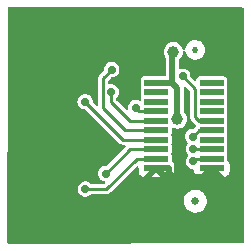
<source format=gbr>
%TF.GenerationSoftware,KiCad,Pcbnew,7.0.5*%
%TF.CreationDate,2023-06-07T11:30:44+03:00*%
%TF.ProjectId,RS232-2__1,52533233-322d-4325-9fb1-312e6b696361,rev?*%
%TF.SameCoordinates,Original*%
%TF.FileFunction,Copper,L2,Bot*%
%TF.FilePolarity,Positive*%
%FSLAX46Y46*%
G04 Gerber Fmt 4.6, Leading zero omitted, Abs format (unit mm)*
G04 Created by KiCad (PCBNEW 7.0.5) date 2023-06-07 11:30:44*
%MOMM*%
%LPD*%
G01*
G04 APERTURE LIST*
%TA.AperFunction,SMDPad,CuDef*%
%ADD10R,2.000000X0.500000*%
%TD*%
%TA.AperFunction,ComponentPad*%
%ADD11C,0.675000*%
%TD*%
%TA.AperFunction,ComponentPad*%
%ADD12C,0.525000*%
%TD*%
%TA.AperFunction,ViaPad*%
%ADD13C,0.700000*%
%TD*%
%TA.AperFunction,ViaPad*%
%ADD14C,1.000000*%
%TD*%
%TA.AperFunction,Conductor*%
%ADD15C,0.500000*%
%TD*%
%TA.AperFunction,Conductor*%
%ADD16C,0.250000*%
%TD*%
G04 APERTURE END LIST*
D10*
%TO.P,H1,1*%
%TO.N,GND*%
X117540000Y-92380000D03*
%TO.P,H1,2*%
%TO.N,/RS232_B_RX*%
X117540000Y-91580000D03*
%TO.P,H1,3*%
%TO.N,/RS232_B_TX*%
X117540000Y-90780000D03*
%TO.P,H1,4*%
%TO.N,/RS232_A_RX*%
X117540000Y-89980000D03*
%TO.P,H1,5*%
%TO.N,/RS232_A_TX*%
X117540000Y-89180000D03*
%TO.P,H1,6*%
%TO.N,/UART_A_TTL_TX*%
X117540000Y-88380000D03*
%TO.P,H1,7*%
%TO.N,/UART_A_TTL_RX*%
X117540000Y-87580000D03*
%TO.P,H1,8*%
%TO.N,unconnected-(H1-Pad8)*%
X117540000Y-86780000D03*
%TO.P,H1,9*%
%TO.N,unconnected-(H1-Pad9)*%
X117540000Y-85980000D03*
%TO.P,H1,10*%
%TO.N,/VCC2*%
X117540000Y-85180000D03*
%TO.P,H1,11*%
%TO.N,unconnected-(H1-Pad11)*%
X122240000Y-85180000D03*
%TO.P,H1,12*%
%TO.N,unconnected-(H1-Pad12)*%
X122240000Y-85980000D03*
%TO.P,H1,13*%
%TO.N,unconnected-(H1-Pad13)*%
X122240000Y-86780000D03*
%TO.P,H1,14*%
%TO.N,unconnected-(H1-Pad14)*%
X122240000Y-87580000D03*
%TO.P,H1,15*%
%TO.N,/UART_A_FORCEON*%
X122240000Y-88380000D03*
%TO.P,H1,16*%
%TO.N,/UART_B_FORCEON*%
X122240000Y-89180000D03*
%TO.P,H1,17*%
%TO.N,unconnected-(H1-Pad17)*%
X122240000Y-89980000D03*
%TO.P,H1,18*%
%TO.N,/UART_B_TTL_TX*%
X122240000Y-90780000D03*
%TO.P,H1,19*%
%TO.N,/UART_B_TTL_RX*%
X122240000Y-91580000D03*
%TO.P,H1,20*%
%TO.N,GND*%
X122240000Y-92380000D03*
D11*
%TO.P,H1,MH1*%
%TO.N,N/C*%
X120840000Y-95180000D03*
D12*
%TO.P,H1,MH2*%
X120840000Y-82380000D03*
%TD*%
D13*
%TO.N,GND*%
X111090000Y-88410000D03*
X112220000Y-81560000D03*
X112200000Y-91710000D03*
D14*
X118586990Y-93136990D03*
X122190000Y-93140000D03*
D13*
X108950000Y-80540000D03*
X108630000Y-90030000D03*
X110790000Y-97850000D03*
%TO.N,/UART_A_TTL_TX*%
X113740000Y-85950000D03*
%TO.N,/UART_A_TTL_RX*%
X115810000Y-87280000D03*
D14*
%TO.N,/VCC2*%
X119335000Y-88245000D03*
X118990000Y-82540000D03*
D13*
%TO.N,/UART_B_TTL_TX*%
X120680000Y-90780000D03*
%TO.N,/UART_B_TTL_RX*%
X120689894Y-91820000D03*
%TO.N,/RS232_B_RX*%
X111535500Y-94170000D03*
%TO.N,/RS232_B_TX*%
X113268056Y-92851944D03*
%TO.N,/RS232_A_RX*%
X111520000Y-86780000D03*
%TO.N,/RS232_A_TX*%
X113765000Y-84059500D03*
%TO.N,/UART_A_FORCEON*%
X119779500Y-84626923D03*
%TO.N,/UART_B_FORCEON*%
X120610000Y-89720000D03*
%TD*%
D15*
%TO.N,GND*%
X118586990Y-92380000D02*
X117540000Y-92380000D01*
X122240000Y-93090000D02*
X122240000Y-92380000D01*
X122193010Y-93136990D02*
X122240000Y-93090000D01*
X118586990Y-93136990D02*
X122193010Y-93136990D01*
X118586990Y-93136990D02*
X118586990Y-92380000D01*
D16*
%TO.N,/UART_A_TTL_TX*%
X113740000Y-85950000D02*
X113740000Y-86810000D01*
X115310000Y-88380000D02*
X117540000Y-88380000D01*
X113740000Y-86810000D02*
X115310000Y-88380000D01*
X113740000Y-85950000D02*
X113740000Y-85890000D01*
%TO.N,/UART_A_TTL_RX*%
X117540000Y-87580000D02*
X116080000Y-87580000D01*
X116080000Y-87580000D02*
X115810000Y-87310000D01*
X115810000Y-87280000D02*
X115780000Y-87280000D01*
X115780000Y-87280000D02*
X115810000Y-87310000D01*
X115810000Y-87310000D02*
X115810000Y-87280000D01*
D15*
%TO.N,/VCC2*%
X118990000Y-82540000D02*
X118890000Y-82640000D01*
X119335000Y-88245000D02*
X119330000Y-88240000D01*
X117540000Y-85180000D02*
X118610000Y-85180000D01*
X119310000Y-88220000D02*
X119310000Y-85600000D01*
X119330000Y-88240000D02*
X119330000Y-88210000D01*
X119335000Y-88245000D02*
X119310000Y-88220000D01*
X118610000Y-85180000D02*
X118890000Y-85180000D01*
X119310000Y-85600000D02*
X118890000Y-85180000D01*
X118890000Y-82640000D02*
X118890000Y-85180000D01*
D16*
%TO.N,/UART_B_TTL_TX*%
X120680000Y-90780000D02*
X122240000Y-90780000D01*
%TO.N,/UART_B_TTL_RX*%
X120689894Y-91820000D02*
X120929894Y-91580000D01*
X120929894Y-91580000D02*
X122240000Y-91580000D01*
%TO.N,/RS232_B_RX*%
X113320000Y-94170000D02*
X115910000Y-91580000D01*
X115910000Y-91580000D02*
X117540000Y-91580000D01*
X111535500Y-94170000D02*
X113320000Y-94170000D01*
%TO.N,/RS232_B_TX*%
X115340000Y-90780000D02*
X117540000Y-90780000D01*
X113268056Y-92851944D02*
X115340000Y-90780000D01*
%TO.N,/RS232_A_RX*%
X114720000Y-89980000D02*
X117540000Y-89980000D01*
X111520000Y-86780000D02*
X114720000Y-89980000D01*
%TO.N,/RS232_A_TX*%
X114900000Y-89180000D02*
X117540000Y-89180000D01*
X113765000Y-84059500D02*
X113065000Y-84759500D01*
X113065000Y-87345000D02*
X114900000Y-89180000D01*
X113065000Y-84759500D02*
X113065000Y-87345000D01*
%TO.N,/UART_A_FORCEON*%
X120840000Y-88080000D02*
X121140000Y-88380000D01*
X120840000Y-85687423D02*
X120840000Y-88080000D01*
X119779500Y-84626923D02*
X120840000Y-85687423D01*
X121140000Y-88380000D02*
X122240000Y-88380000D01*
%TO.N,/UART_B_FORCEON*%
X121150000Y-89180000D02*
X122240000Y-89180000D01*
X120610000Y-89720000D02*
X121150000Y-89180000D01*
%TD*%
%TA.AperFunction,Conductor*%
%TO.N,GND*%
G36*
X124882539Y-78800185D02*
G01*
X124928294Y-78852989D01*
X124939500Y-78904500D01*
X124939500Y-79779531D01*
X124930061Y-98646123D01*
X124910343Y-98713153D01*
X124857516Y-98758881D01*
X124806123Y-98770061D01*
X105939469Y-98779500D01*
X105064500Y-98779500D01*
X104997461Y-98759815D01*
X104951706Y-98707011D01*
X104940500Y-98655500D01*
X104940500Y-97780031D01*
X104941775Y-95229663D01*
X119860728Y-95229663D01*
X119890768Y-95425764D01*
X119890771Y-95425777D01*
X119959673Y-95611815D01*
X119959677Y-95611824D01*
X120064616Y-95780184D01*
X120064621Y-95780191D01*
X120201306Y-95923983D01*
X120201309Y-95923986D01*
X120364146Y-96037324D01*
X120546465Y-96115563D01*
X120740801Y-96155500D01*
X120889474Y-96155500D01*
X121037380Y-96140459D01*
X121109478Y-96117838D01*
X121226678Y-96081067D01*
X121400146Y-95984784D01*
X121550682Y-95855553D01*
X121672122Y-95698666D01*
X121759495Y-95520544D01*
X121809224Y-95328480D01*
X121819272Y-95130337D01*
X121789230Y-94934227D01*
X121720325Y-94748180D01*
X121696081Y-94709284D01*
X121615383Y-94579815D01*
X121615378Y-94579808D01*
X121478693Y-94436016D01*
X121478692Y-94436015D01*
X121435255Y-94405782D01*
X121315854Y-94322676D01*
X121315855Y-94322676D01*
X121315853Y-94322675D01*
X121133535Y-94244437D01*
X120939199Y-94204500D01*
X120790527Y-94204500D01*
X120790526Y-94204500D01*
X120642619Y-94219540D01*
X120453329Y-94278930D01*
X120453320Y-94278934D01*
X120279852Y-94375217D01*
X120279851Y-94375217D01*
X120129319Y-94504445D01*
X120129317Y-94504446D01*
X120007879Y-94661331D01*
X120007877Y-94661335D01*
X119920503Y-94839459D01*
X119870777Y-95031511D01*
X119870776Y-95031517D01*
X119860728Y-95229662D01*
X119860728Y-95229663D01*
X104941775Y-95229663D01*
X104946000Y-86780000D01*
X110864722Y-86780000D01*
X110883762Y-86936818D01*
X110936117Y-87074865D01*
X110939780Y-87084523D01*
X111029517Y-87214530D01*
X111147760Y-87319283D01*
X111147762Y-87319284D01*
X111287634Y-87392696D01*
X111441014Y-87430500D01*
X111441015Y-87430500D01*
X111517390Y-87430500D01*
X111584429Y-87450185D01*
X111605071Y-87466819D01*
X114371471Y-90233219D01*
X114371472Y-90233220D01*
X114466780Y-90328528D01*
X114488300Y-90339493D01*
X114504875Y-90349649D01*
X114524419Y-90363849D01*
X114547381Y-90371309D01*
X114565354Y-90378753D01*
X114586874Y-90389719D01*
X114610724Y-90393495D01*
X114629645Y-90398039D01*
X114651489Y-90405136D01*
X114652607Y-90405500D01*
X114686512Y-90405500D01*
X114813390Y-90405500D01*
X114880429Y-90425185D01*
X114926184Y-90477989D01*
X114936128Y-90547147D01*
X114907103Y-90610703D01*
X114901071Y-90617181D01*
X113353127Y-92165125D01*
X113291804Y-92198610D01*
X113265446Y-92201444D01*
X113189070Y-92201444D01*
X113035690Y-92239247D01*
X112895818Y-92312659D01*
X112777572Y-92417415D01*
X112687837Y-92547419D01*
X112687836Y-92547420D01*
X112631818Y-92695125D01*
X112612778Y-92851943D01*
X112612778Y-92851944D01*
X112631818Y-93008762D01*
X112675370Y-93123598D01*
X112687836Y-93156467D01*
X112777573Y-93286474D01*
X112895816Y-93391227D01*
X112895818Y-93391228D01*
X113035690Y-93464640D01*
X113085356Y-93476881D01*
X113133435Y-93488731D01*
X113193816Y-93523887D01*
X113225605Y-93586106D01*
X113218710Y-93655634D01*
X113191446Y-93696805D01*
X113180075Y-93708177D01*
X113118753Y-93741665D01*
X113092390Y-93744500D01*
X112083202Y-93744500D01*
X112016163Y-93724815D01*
X112000982Y-93713321D01*
X111907740Y-93630717D01*
X111907737Y-93630714D01*
X111767865Y-93557303D01*
X111614486Y-93519500D01*
X111614485Y-93519500D01*
X111456515Y-93519500D01*
X111456514Y-93519500D01*
X111303134Y-93557303D01*
X111163262Y-93630715D01*
X111045016Y-93735471D01*
X110955281Y-93865475D01*
X110955280Y-93865476D01*
X110899262Y-94013181D01*
X110880222Y-94169999D01*
X110880222Y-94170000D01*
X110899262Y-94326818D01*
X110917618Y-94375217D01*
X110955280Y-94474523D01*
X111045017Y-94604530D01*
X111163260Y-94709283D01*
X111163262Y-94709284D01*
X111303134Y-94782696D01*
X111456514Y-94820500D01*
X111456515Y-94820500D01*
X111614485Y-94820500D01*
X111767865Y-94782696D01*
X111907737Y-94709285D01*
X111907738Y-94709283D01*
X111907740Y-94709283D01*
X112000977Y-94626682D01*
X112064208Y-94596963D01*
X112083202Y-94595500D01*
X113387392Y-94595500D01*
X113387393Y-94595500D01*
X113410360Y-94588036D01*
X113429276Y-94583495D01*
X113453126Y-94579719D01*
X113474636Y-94568757D01*
X113492614Y-94561310D01*
X113515581Y-94553849D01*
X113535118Y-94539653D01*
X113551706Y-94529488D01*
X113573220Y-94518528D01*
X113668528Y-94423220D01*
X113668528Y-94423219D01*
X114961747Y-93129999D01*
X117143552Y-93129999D01*
X117143553Y-93130000D01*
X117936447Y-93130000D01*
X117936447Y-93129999D01*
X121843552Y-93129999D01*
X121843553Y-93130000D01*
X122636447Y-93130000D01*
X122636447Y-93129999D01*
X122240000Y-92733553D01*
X121843552Y-93129999D01*
X117936447Y-93129999D01*
X117540000Y-92733553D01*
X117143552Y-93129999D01*
X114961747Y-93129999D01*
X115828321Y-92263425D01*
X115889642Y-92229942D01*
X115959334Y-92234926D01*
X116015267Y-92276798D01*
X116039684Y-92342262D01*
X116040000Y-92351108D01*
X116040000Y-92677844D01*
X116046401Y-92737372D01*
X116046403Y-92737379D01*
X116096645Y-92872086D01*
X116096649Y-92872093D01*
X116182809Y-92987187D01*
X116182812Y-92987190D01*
X116297906Y-93073350D01*
X116297913Y-93073354D01*
X116432621Y-93123596D01*
X116432626Y-93123598D01*
X116441856Y-93124589D01*
X117399628Y-92166818D01*
X117460951Y-92133333D01*
X117487304Y-92130499D01*
X117592691Y-92130499D01*
X117659729Y-92150184D01*
X117680371Y-92166818D01*
X118638141Y-93124589D01*
X118647374Y-93123598D01*
X118782086Y-93073354D01*
X118782093Y-93073350D01*
X118897187Y-92987190D01*
X118897190Y-92987187D01*
X118983350Y-92872093D01*
X118983354Y-92872086D01*
X119033596Y-92737379D01*
X119033598Y-92737372D01*
X119039999Y-92677844D01*
X119040000Y-92677827D01*
X119040000Y-92082172D01*
X119039999Y-92082155D01*
X119033598Y-92022627D01*
X119033596Y-92022620D01*
X118983354Y-91887913D01*
X118983352Y-91887911D01*
X118897190Y-91772813D01*
X118897185Y-91772807D01*
X118890185Y-91767567D01*
X118848316Y-91711632D01*
X118840499Y-91668306D01*
X118840499Y-91285136D01*
X118838925Y-91271563D01*
X118837586Y-91260013D01*
X118837585Y-91260011D01*
X118837585Y-91260009D01*
X118824371Y-91230083D01*
X118815300Y-91160808D01*
X118824369Y-91129919D01*
X118837585Y-91099991D01*
X118840500Y-91074865D01*
X118840499Y-90485136D01*
X118839378Y-90475470D01*
X118837586Y-90460013D01*
X118837585Y-90460011D01*
X118837585Y-90460009D01*
X118824371Y-90430083D01*
X118815300Y-90360808D01*
X118824369Y-90329919D01*
X118837585Y-90299991D01*
X118840500Y-90274865D01*
X118840499Y-89685136D01*
X118840497Y-89685117D01*
X118837586Y-89660013D01*
X118837585Y-89660011D01*
X118837585Y-89660009D01*
X118824371Y-89630083D01*
X118815300Y-89560808D01*
X118824369Y-89529919D01*
X118837585Y-89499991D01*
X118840500Y-89474865D01*
X118840499Y-89094819D01*
X118860183Y-89027782D01*
X118912987Y-88982027D01*
X118982146Y-88972083D01*
X119005454Y-88977779D01*
X119155745Y-89030368D01*
X119155750Y-89030369D01*
X119334996Y-89050565D01*
X119335000Y-89050565D01*
X119335004Y-89050565D01*
X119514249Y-89030369D01*
X119514252Y-89030368D01*
X119514255Y-89030368D01*
X119684522Y-88970789D01*
X119837262Y-88874816D01*
X119964816Y-88747262D01*
X120060789Y-88594522D01*
X120120368Y-88424255D01*
X120130625Y-88333220D01*
X120140565Y-88245003D01*
X120140565Y-88244996D01*
X120120369Y-88065750D01*
X120120368Y-88065745D01*
X120101774Y-88012607D01*
X120060789Y-87895478D01*
X119964816Y-87742738D01*
X119896818Y-87674741D01*
X119863334Y-87613418D01*
X119860500Y-87587060D01*
X119860500Y-85610489D01*
X119860535Y-85608392D01*
X119860653Y-85604921D01*
X119882594Y-85538586D01*
X119936915Y-85494643D01*
X120006370Y-85487044D01*
X120068908Y-85518202D01*
X120072263Y-85521434D01*
X120378180Y-85827351D01*
X120411665Y-85888674D01*
X120414499Y-85915032D01*
X120414499Y-88147391D01*
X120414500Y-88147394D01*
X120421962Y-88170358D01*
X120426503Y-88189273D01*
X120429470Y-88208010D01*
X120430281Y-88213127D01*
X120441243Y-88234641D01*
X120448688Y-88252615D01*
X120456150Y-88275580D01*
X120470340Y-88295110D01*
X120480508Y-88311703D01*
X120491470Y-88333218D01*
X120515446Y-88357194D01*
X120784401Y-88626148D01*
X120784404Y-88626152D01*
X120855568Y-88697316D01*
X120889053Y-88758639D01*
X120884069Y-88828331D01*
X120855568Y-88872678D01*
X120836605Y-88891640D01*
X120836486Y-88891766D01*
X120695069Y-89033182D01*
X120633749Y-89066666D01*
X120607390Y-89069500D01*
X120531014Y-89069500D01*
X120377634Y-89107303D01*
X120237762Y-89180715D01*
X120119516Y-89285471D01*
X120029781Y-89415475D01*
X120029780Y-89415476D01*
X119973762Y-89563181D01*
X119954721Y-89719999D01*
X119954721Y-89720000D01*
X119973762Y-89876818D01*
X120029780Y-90024523D01*
X120029781Y-90024524D01*
X120119518Y-90154531D01*
X120162511Y-90192620D01*
X120199638Y-90251809D01*
X120198870Y-90321675D01*
X120182334Y-90355874D01*
X120099783Y-90475470D01*
X120099780Y-90475476D01*
X120043762Y-90623181D01*
X120024721Y-90779999D01*
X120024721Y-90780000D01*
X120043762Y-90936818D01*
X120099780Y-91084523D01*
X120099781Y-91084524D01*
X120189518Y-91214532D01*
X120194491Y-91220145D01*
X120192863Y-91221586D01*
X120224216Y-91271563D01*
X120223452Y-91341429D01*
X120202637Y-91378583D01*
X120203672Y-91379297D01*
X120109675Y-91515475D01*
X120109674Y-91515476D01*
X120053656Y-91663181D01*
X120034616Y-91819999D01*
X120034616Y-91820000D01*
X120053656Y-91976818D01*
X120093606Y-92082155D01*
X120109674Y-92124523D01*
X120199411Y-92254530D01*
X120317654Y-92359283D01*
X120317656Y-92359284D01*
X120457528Y-92432696D01*
X120610908Y-92470500D01*
X120616000Y-92470500D01*
X120683039Y-92490185D01*
X120728794Y-92542989D01*
X120740000Y-92594500D01*
X120740000Y-92677844D01*
X120746401Y-92737372D01*
X120746403Y-92737379D01*
X120796645Y-92872086D01*
X120796649Y-92872093D01*
X120882809Y-92987187D01*
X120882812Y-92987190D01*
X120997906Y-93073350D01*
X120997913Y-93073354D01*
X121132621Y-93123596D01*
X121132626Y-93123598D01*
X121141856Y-93124589D01*
X122099629Y-92166818D01*
X122160952Y-92133333D01*
X122187310Y-92130499D01*
X122292690Y-92130499D01*
X122359729Y-92150184D01*
X122380371Y-92166818D01*
X123338141Y-93124589D01*
X123347374Y-93123598D01*
X123482086Y-93073354D01*
X123482093Y-93073350D01*
X123597187Y-92987190D01*
X123597190Y-92987187D01*
X123683350Y-92872093D01*
X123683354Y-92872086D01*
X123733596Y-92737379D01*
X123733598Y-92737372D01*
X123739999Y-92677844D01*
X123740000Y-92677827D01*
X123740000Y-92082172D01*
X123739999Y-92082155D01*
X123733598Y-92022627D01*
X123733596Y-92022620D01*
X123683354Y-91887913D01*
X123683352Y-91887911D01*
X123597190Y-91772813D01*
X123597185Y-91772807D01*
X123590185Y-91767567D01*
X123548316Y-91711632D01*
X123540499Y-91668306D01*
X123540499Y-91285136D01*
X123538925Y-91271563D01*
X123537586Y-91260012D01*
X123537585Y-91260010D01*
X123537585Y-91260009D01*
X123530681Y-91244374D01*
X123524373Y-91230086D01*
X123515301Y-91160808D01*
X123524374Y-91129912D01*
X123537584Y-91099995D01*
X123537584Y-91099994D01*
X123537584Y-91099993D01*
X123537585Y-91099991D01*
X123540500Y-91074865D01*
X123540499Y-90485136D01*
X123539378Y-90475470D01*
X123537586Y-90460012D01*
X123537585Y-90460010D01*
X123537585Y-90460009D01*
X123530681Y-90444374D01*
X123524373Y-90430086D01*
X123515301Y-90360808D01*
X123524374Y-90329912D01*
X123537584Y-90299995D01*
X123537584Y-90299994D01*
X123537584Y-90299993D01*
X123537585Y-90299991D01*
X123540500Y-90274865D01*
X123540499Y-89685136D01*
X123540497Y-89685117D01*
X123537586Y-89660012D01*
X123537585Y-89660010D01*
X123537585Y-89660009D01*
X123524373Y-89630087D01*
X123524373Y-89630086D01*
X123515301Y-89560808D01*
X123524374Y-89529912D01*
X123537584Y-89499995D01*
X123537584Y-89499994D01*
X123537584Y-89499993D01*
X123537585Y-89499991D01*
X123540500Y-89474865D01*
X123540499Y-88885136D01*
X123539818Y-88879264D01*
X123537586Y-88860012D01*
X123537585Y-88860010D01*
X123537585Y-88860009D01*
X123530681Y-88844374D01*
X123524373Y-88830086D01*
X123515301Y-88760808D01*
X123524374Y-88729912D01*
X123537584Y-88699995D01*
X123537584Y-88699994D01*
X123537584Y-88699993D01*
X123537585Y-88699991D01*
X123540500Y-88674865D01*
X123540499Y-88085136D01*
X123538251Y-88065750D01*
X123537586Y-88060012D01*
X123537585Y-88060010D01*
X123537585Y-88060009D01*
X123530681Y-88044374D01*
X123524373Y-88030086D01*
X123515301Y-87960808D01*
X123524374Y-87929912D01*
X123537584Y-87899995D01*
X123537584Y-87899994D01*
X123537584Y-87899993D01*
X123537585Y-87899991D01*
X123540500Y-87874865D01*
X123540499Y-87285136D01*
X123540497Y-87285117D01*
X123537586Y-87260012D01*
X123537585Y-87260010D01*
X123537585Y-87260009D01*
X123530681Y-87244374D01*
X123524373Y-87230086D01*
X123515301Y-87160808D01*
X123524374Y-87129912D01*
X123537584Y-87099995D01*
X123537584Y-87099994D01*
X123537584Y-87099993D01*
X123537585Y-87099991D01*
X123540500Y-87074865D01*
X123540499Y-86485136D01*
X123539379Y-86475475D01*
X123537586Y-86460012D01*
X123537585Y-86460010D01*
X123537585Y-86460009D01*
X123529677Y-86442099D01*
X123524373Y-86430086D01*
X123515301Y-86360808D01*
X123524374Y-86329912D01*
X123537584Y-86299995D01*
X123537584Y-86299994D01*
X123537584Y-86299993D01*
X123537585Y-86299991D01*
X123540500Y-86274865D01*
X123540499Y-85685136D01*
X123540497Y-85685117D01*
X123537586Y-85660012D01*
X123537585Y-85660010D01*
X123537585Y-85660009D01*
X123530681Y-85644374D01*
X123524373Y-85630086D01*
X123515301Y-85560808D01*
X123524374Y-85529912D01*
X123537584Y-85499995D01*
X123537584Y-85499994D01*
X123537584Y-85499993D01*
X123537585Y-85499991D01*
X123540500Y-85474865D01*
X123540499Y-84885136D01*
X123540497Y-84885117D01*
X123537586Y-84860012D01*
X123537585Y-84860010D01*
X123537585Y-84860009D01*
X123492206Y-84757235D01*
X123412765Y-84677794D01*
X123372153Y-84659862D01*
X123309992Y-84632415D01*
X123284865Y-84629500D01*
X121195143Y-84629500D01*
X121195117Y-84629502D01*
X121170012Y-84632413D01*
X121170008Y-84632415D01*
X121067235Y-84677793D01*
X120987794Y-84757234D01*
X120942415Y-84860006D01*
X120942415Y-84860008D01*
X120939500Y-84885131D01*
X120939500Y-84885813D01*
X120939451Y-84885978D01*
X120939294Y-84888704D01*
X120939087Y-84888692D01*
X120939087Y-84888694D01*
X120939053Y-84888690D01*
X120938661Y-84888667D01*
X120919815Y-84952852D01*
X120867011Y-84998607D01*
X120797853Y-85008551D01*
X120734297Y-84979526D01*
X120727819Y-84973494D01*
X120471097Y-84716772D01*
X120437612Y-84655449D01*
X120434778Y-84629091D01*
X120434778Y-84626923D01*
X120431043Y-84596163D01*
X120415737Y-84470105D01*
X120359720Y-84322400D01*
X120269983Y-84192393D01*
X120151740Y-84087640D01*
X120151738Y-84087639D01*
X120151737Y-84087638D01*
X120011865Y-84014226D01*
X119858486Y-83976423D01*
X119858485Y-83976423D01*
X119700515Y-83976423D01*
X119700514Y-83976423D01*
X119594174Y-84002632D01*
X119524371Y-83999562D01*
X119467310Y-83959242D01*
X119441105Y-83894472D01*
X119440500Y-83882235D01*
X119440500Y-83270809D01*
X119460185Y-83203770D01*
X119487191Y-83173859D01*
X119492252Y-83169821D01*
X119492262Y-83169816D01*
X119619816Y-83042262D01*
X119715789Y-82889522D01*
X119775368Y-82719255D01*
X119778963Y-82687354D01*
X119790968Y-82580802D01*
X119818034Y-82516388D01*
X119875629Y-82476833D01*
X119945466Y-82474695D01*
X120005372Y-82510653D01*
X120033668Y-82561512D01*
X120068605Y-82687348D01*
X120068608Y-82687354D01*
X120152714Y-82845993D01*
X120268955Y-82982842D01*
X120268956Y-82982843D01*
X120411901Y-83091507D01*
X120574862Y-83166901D01*
X120574863Y-83166901D01*
X120574865Y-83166902D01*
X120628065Y-83178611D01*
X120750221Y-83205500D01*
X120750224Y-83205500D01*
X120884755Y-83205500D01*
X120884760Y-83205500D01*
X121018505Y-83190954D01*
X121188662Y-83133622D01*
X121342517Y-83041050D01*
X121472875Y-82917569D01*
X121573640Y-82768951D01*
X121640101Y-82602147D01*
X121669150Y-82424955D01*
X121659429Y-82245661D01*
X121644108Y-82190478D01*
X121611394Y-82072651D01*
X121611391Y-82072645D01*
X121527285Y-81914006D01*
X121411044Y-81777157D01*
X121381413Y-81754632D01*
X121268099Y-81668493D01*
X121105138Y-81593099D01*
X121105134Y-81593097D01*
X120929779Y-81554500D01*
X120795240Y-81554500D01*
X120795238Y-81554500D01*
X120661496Y-81569045D01*
X120661489Y-81569047D01*
X120491339Y-81626377D01*
X120491336Y-81626379D01*
X120337482Y-81718950D01*
X120207123Y-81842431D01*
X120106358Y-81991051D01*
X120106357Y-81991053D01*
X120039898Y-82157852D01*
X120011565Y-82330676D01*
X119981294Y-82393648D01*
X119921783Y-82430257D01*
X119851927Y-82428881D01*
X119793905Y-82389956D01*
X119772157Y-82351569D01*
X119715789Y-82190478D01*
X119641752Y-82072649D01*
X119619816Y-82037738D01*
X119492262Y-81910184D01*
X119339523Y-81814211D01*
X119169254Y-81754631D01*
X119169249Y-81754630D01*
X118990004Y-81734435D01*
X118989996Y-81734435D01*
X118810750Y-81754630D01*
X118810745Y-81754631D01*
X118640476Y-81814211D01*
X118487737Y-81910184D01*
X118360184Y-82037737D01*
X118264211Y-82190476D01*
X118204631Y-82360745D01*
X118204630Y-82360750D01*
X118184435Y-82539996D01*
X118184435Y-82540003D01*
X118204630Y-82719249D01*
X118204631Y-82719254D01*
X118264211Y-82889524D01*
X118320493Y-82979094D01*
X118339500Y-83045067D01*
X118339500Y-84505500D01*
X118319815Y-84572539D01*
X118267011Y-84618294D01*
X118215500Y-84629500D01*
X116495143Y-84629500D01*
X116495117Y-84629502D01*
X116470012Y-84632413D01*
X116470008Y-84632415D01*
X116367235Y-84677793D01*
X116287794Y-84757234D01*
X116242415Y-84860006D01*
X116242415Y-84860008D01*
X116239500Y-84885131D01*
X116239500Y-85474856D01*
X116239502Y-85474882D01*
X116242413Y-85499985D01*
X116242413Y-85499986D01*
X116242414Y-85499990D01*
X116242415Y-85499991D01*
X116255626Y-85529912D01*
X116255628Y-85529915D01*
X116264697Y-85599194D01*
X116255628Y-85630083D01*
X116242415Y-85660008D01*
X116239500Y-85685131D01*
X116239500Y-86274856D01*
X116239502Y-86274882D01*
X116242413Y-86299985D01*
X116242413Y-86299986D01*
X116242414Y-86299990D01*
X116242415Y-86299991D01*
X116255626Y-86329912D01*
X116255628Y-86329915D01*
X116264697Y-86399194D01*
X116255628Y-86430083D01*
X116242415Y-86460008D01*
X116239500Y-86485131D01*
X116239499Y-86485137D01*
X116239499Y-86565648D01*
X116219814Y-86632688D01*
X116167009Y-86678442D01*
X116097851Y-86688385D01*
X116057872Y-86675443D01*
X116042363Y-86667303D01*
X115888986Y-86629500D01*
X115888985Y-86629500D01*
X115731015Y-86629500D01*
X115731014Y-86629500D01*
X115577634Y-86667303D01*
X115437762Y-86740715D01*
X115319516Y-86845471D01*
X115229781Y-86975475D01*
X115229780Y-86975476D01*
X115173762Y-87123181D01*
X115154722Y-87279999D01*
X115154722Y-87280001D01*
X115158808Y-87313657D01*
X115147347Y-87382580D01*
X115100442Y-87434366D01*
X115032986Y-87452572D01*
X114966396Y-87431419D01*
X114948031Y-87416283D01*
X114201818Y-86670070D01*
X114168333Y-86608747D01*
X114165499Y-86582395D01*
X114165499Y-86497907D01*
X114185184Y-86430869D01*
X114207275Y-86405090D01*
X114230481Y-86384532D01*
X114230481Y-86384531D01*
X114230483Y-86384530D01*
X114320220Y-86254523D01*
X114376237Y-86106818D01*
X114395278Y-85950000D01*
X114376237Y-85793182D01*
X114320220Y-85645477D01*
X114230483Y-85515470D01*
X114112240Y-85410717D01*
X114112238Y-85410716D01*
X114112237Y-85410715D01*
X113972365Y-85337303D01*
X113818986Y-85299500D01*
X113818985Y-85299500D01*
X113661015Y-85299500D01*
X113661012Y-85299500D01*
X113644169Y-85303651D01*
X113574367Y-85300579D01*
X113517307Y-85260257D01*
X113491104Y-85195487D01*
X113490499Y-85183265D01*
X113490499Y-84987109D01*
X113510184Y-84920071D01*
X113526813Y-84899433D01*
X113679930Y-84746316D01*
X113741252Y-84712834D01*
X113767610Y-84710000D01*
X113843985Y-84710000D01*
X113997365Y-84672196D01*
X114073164Y-84632413D01*
X114137240Y-84598783D01*
X114255483Y-84494030D01*
X114345220Y-84364023D01*
X114401237Y-84216318D01*
X114420278Y-84059500D01*
X114401237Y-83902682D01*
X114398123Y-83894472D01*
X114379992Y-83846664D01*
X114345220Y-83754977D01*
X114255483Y-83624970D01*
X114137240Y-83520217D01*
X114137238Y-83520216D01*
X114137237Y-83520215D01*
X113997365Y-83446803D01*
X113843986Y-83409000D01*
X113843985Y-83409000D01*
X113686015Y-83409000D01*
X113686014Y-83409000D01*
X113532634Y-83446803D01*
X113392762Y-83520215D01*
X113274516Y-83624971D01*
X113184781Y-83754975D01*
X113184780Y-83754976D01*
X113128762Y-83902681D01*
X113109722Y-84059499D01*
X113109722Y-84061666D01*
X113109273Y-84063193D01*
X113108818Y-84066945D01*
X113108194Y-84066869D01*
X113090037Y-84128705D01*
X113073403Y-84149347D01*
X112794339Y-84428412D01*
X112716472Y-84506278D01*
X112705510Y-84527793D01*
X112695346Y-84544378D01*
X112681152Y-84563914D01*
X112681151Y-84563917D01*
X112673688Y-84586885D01*
X112666243Y-84604858D01*
X112655280Y-84626373D01*
X112651503Y-84650222D01*
X112646962Y-84669139D01*
X112639500Y-84692104D01*
X112639500Y-84726012D01*
X112639499Y-86998389D01*
X112619814Y-87065429D01*
X112567010Y-87111183D01*
X112497852Y-87121127D01*
X112434296Y-87092102D01*
X112427818Y-87086070D01*
X112211597Y-86869849D01*
X112178112Y-86808526D01*
X112175278Y-86782168D01*
X112175278Y-86779999D01*
X112156237Y-86623181D01*
X112134417Y-86565648D01*
X112100220Y-86475477D01*
X112010483Y-86345470D01*
X111892240Y-86240717D01*
X111892238Y-86240716D01*
X111892237Y-86240715D01*
X111752365Y-86167303D01*
X111598986Y-86129500D01*
X111598985Y-86129500D01*
X111441015Y-86129500D01*
X111441014Y-86129500D01*
X111287634Y-86167303D01*
X111147762Y-86240715D01*
X111029516Y-86345471D01*
X110939781Y-86475475D01*
X110939780Y-86475476D01*
X110883762Y-86623181D01*
X110864722Y-86779999D01*
X110864722Y-86780000D01*
X104946000Y-86780000D01*
X104949938Y-78904438D01*
X104969656Y-78837408D01*
X105022483Y-78791680D01*
X105073938Y-78780500D01*
X124815500Y-78780500D01*
X124882539Y-78800185D01*
G37*
%TD.AperFunction*%
%TD*%
M02*

</source>
